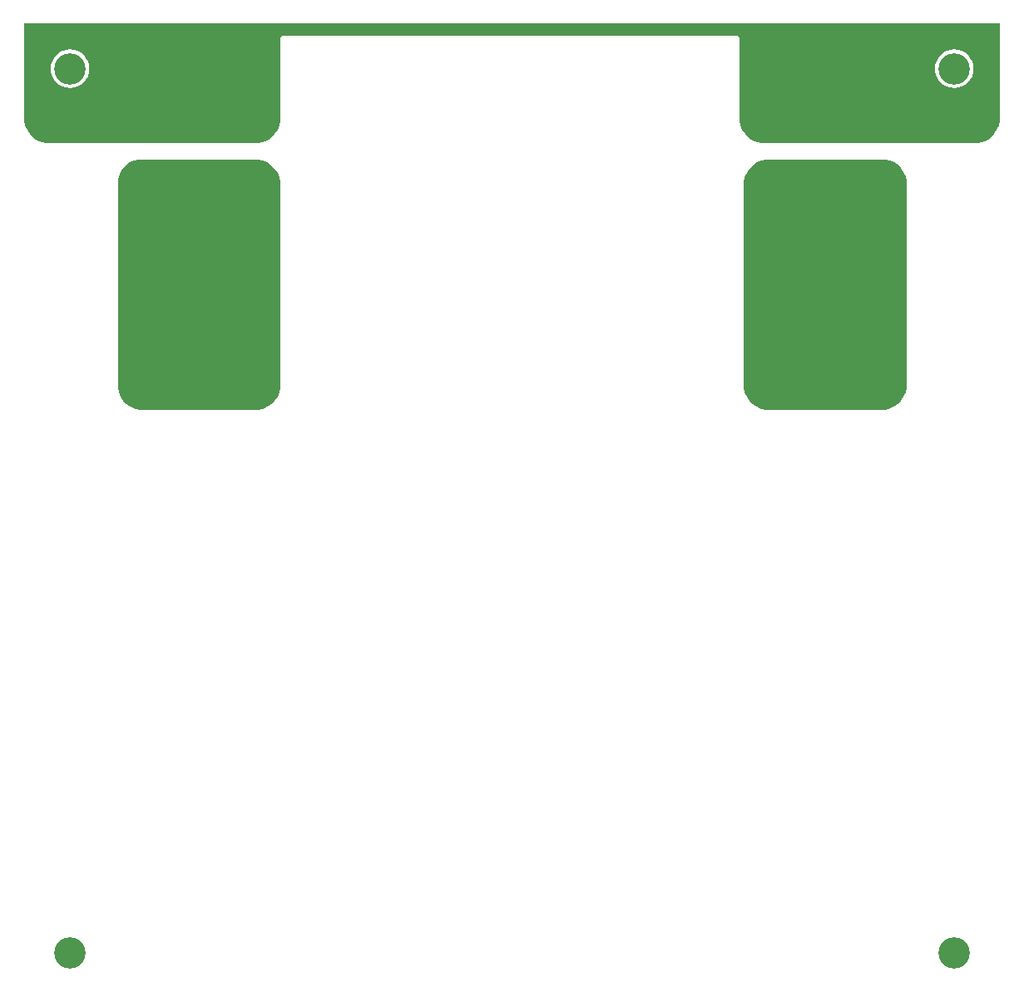
<source format=gbl>
G04*
G04 #@! TF.GenerationSoftware,Altium Limited,Altium Designer,19.0.13 (425)*
G04*
G04 Layer_Physical_Order=2*
G04 Layer_Color=16711680*
%FSTAX24Y24*%
%MOIN*%
G70*
G01*
G75*
%ADD21C,0.1575*%
%ADD22C,0.1378*%
%ADD23C,0.1260*%
%ADD24R,0.2172X0.2644*%
%ADD25O,0.2172X0.2644*%
%ADD26C,0.0236*%
G36*
X059784Y038665D02*
Y038567D01*
X059745Y038374D01*
X05967Y038192D01*
X059561Y038028D01*
X059421Y037889D01*
X059258Y037779D01*
X059076Y037704D01*
X058882Y037665D01*
X050255D01*
X050062Y037704D01*
X04988Y037779D01*
X049716Y037889D01*
X049577Y038028D01*
X049468Y038192D01*
X049392Y038374D01*
X049354Y038567D01*
Y038665D01*
Y040775D01*
Y041843D01*
X049343Y041898D01*
X049312Y041944D01*
X049266Y041975D01*
X049212Y041985D01*
X031102D01*
X031047Y041975D01*
X031001Y041944D01*
X03097Y041898D01*
X03096Y041843D01*
Y040775D01*
X030956D01*
Y038665D01*
Y038567D01*
X030917Y038374D01*
X030842Y038192D01*
X030733Y038028D01*
X030593Y037889D01*
X03043Y037779D01*
X030248Y037704D01*
X030054Y037665D01*
X0216D01*
X021406Y037704D01*
X021224Y037779D01*
X021061Y037889D01*
X020921Y038028D01*
X020812Y038192D01*
X020736Y038374D01*
X020698Y038567D01*
Y038665D01*
Y042458D01*
X056879Y042476D01*
X059784D01*
Y038665D01*
D02*
G37*
G36*
X05538Y036969D02*
X05555Y036899D01*
X055704Y036796D01*
X055834Y036665D01*
X055937Y036512D01*
X056008Y036341D01*
X056044Y03616D01*
Y036068D01*
Y033067D01*
X056043Y033063D01*
X056044D01*
X056044Y027883D01*
X056005Y027689D01*
X05593Y027507D01*
X05582Y027344D01*
X055681Y027204D01*
X055517Y027095D01*
X055335Y02702D01*
X055142Y026981D01*
X050427D01*
X050234Y02702D01*
X050052Y027095D01*
X049889Y027204D01*
X049749Y027344D01*
X04964Y027507D01*
X049564Y027689D01*
X049526Y027883D01*
Y027981D01*
Y036005D01*
Y036104D01*
X049564Y036297D01*
X04964Y036479D01*
X049749Y036643D01*
X049889Y036782D01*
X050052Y036892D01*
X050234Y036967D01*
X050427Y037005D01*
X055198D01*
X05538Y036969D01*
D02*
G37*
G36*
X030248Y036967D02*
X03043Y036892D01*
X030593Y036782D01*
X030733Y036643D01*
X030842Y036479D01*
X030917Y036297D01*
X030956Y036104D01*
Y036005D01*
Y027981D01*
Y027883D01*
X030917Y027689D01*
X030842Y027507D01*
X030733Y027344D01*
X030593Y027204D01*
X03043Y027095D01*
X030248Y02702D01*
X030054Y026981D01*
X02534D01*
X025146Y02702D01*
X024964Y027095D01*
X024801Y027204D01*
X024661Y027344D01*
X024552Y027507D01*
X024477Y027689D01*
X024438Y027883D01*
Y027981D01*
Y033063D01*
X024438Y033063D01*
X024439D01*
X024438Y033067D01*
Y036068D01*
Y03616D01*
X024474Y036341D01*
X024545Y036512D01*
X024648Y036665D01*
X024778Y036796D01*
X024932Y036899D01*
X025102Y036969D01*
X025284Y037005D01*
X030054D01*
X030248Y036967D01*
D02*
G37*
%LPC*%
G36*
X057957Y041423D02*
X057807Y041408D01*
X057662Y041364D01*
X057528Y041292D01*
X057411Y041196D01*
X057315Y041079D01*
X057243Y040945D01*
X057199Y0408D01*
X057184Y04065D01*
X057199Y040499D01*
X057243Y040354D01*
X057315Y04022D01*
X057411Y040103D01*
X057528Y040007D01*
X057662Y039935D01*
X057807Y039891D01*
X057957Y039877D01*
X058108Y039891D01*
X058253Y039935D01*
X058387Y040007D01*
X058504Y040103D01*
X0586Y04022D01*
X058672Y040354D01*
X058716Y040499D01*
X05873Y04065D01*
X058716Y0408D01*
X058672Y040945D01*
X0586Y041079D01*
X058504Y041196D01*
X058387Y041292D01*
X058253Y041364D01*
X058108Y041408D01*
X057957Y041423D01*
D02*
G37*
G36*
X022524D02*
X022374Y041408D01*
X022229Y041364D01*
X022095Y041292D01*
X021978Y041196D01*
X021882Y041079D01*
X02181Y040945D01*
X021766Y0408D01*
X021751Y04065D01*
X021766Y040499D01*
X02181Y040354D01*
X021882Y04022D01*
X021978Y040103D01*
X022095Y040007D01*
X022229Y039935D01*
X022374Y039891D01*
X022524Y039877D01*
X022675Y039891D01*
X02282Y039935D01*
X022954Y040007D01*
X023071Y040103D01*
X023167Y04022D01*
X023239Y040354D01*
X023283Y040499D01*
X023297Y04065D01*
X023283Y0408D01*
X023239Y040945D01*
X023167Y041079D01*
X023071Y041196D01*
X022954Y041292D01*
X02282Y041364D01*
X022675Y041408D01*
X022524Y041423D01*
D02*
G37*
%LPD*%
D21*
X029734Y03952D02*
D03*
X05058Y039443D02*
D03*
Y028616D02*
D03*
D22*
X030226Y030583D02*
D03*
D23*
X022524Y005217D02*
D03*
X057957D02*
D03*
Y04065D02*
D03*
X022524D02*
D03*
D24*
X026461Y035689D02*
D03*
X05402D02*
D03*
D25*
X026461Y038996D02*
D03*
X05402D02*
D03*
D26*
X055509Y036395D02*
D03*
Y035569D02*
D03*
Y034742D02*
D03*
Y033915D02*
D03*
Y033088D02*
D03*
Y032262D02*
D03*
Y031435D02*
D03*
Y030608D02*
D03*
Y029781D02*
D03*
Y028954D02*
D03*
Y028128D02*
D03*
Y027301D02*
D03*
X054682Y033915D02*
D03*
Y033088D02*
D03*
Y032262D02*
D03*
Y031435D02*
D03*
Y030608D02*
D03*
Y029781D02*
D03*
Y028954D02*
D03*
Y028128D02*
D03*
Y027301D02*
D03*
X053856Y033915D02*
D03*
Y033088D02*
D03*
Y032262D02*
D03*
Y031435D02*
D03*
Y030608D02*
D03*
Y029781D02*
D03*
Y028954D02*
D03*
Y028128D02*
D03*
Y027301D02*
D03*
X053029Y033915D02*
D03*
Y033088D02*
D03*
Y032262D02*
D03*
Y031435D02*
D03*
Y030608D02*
D03*
Y029781D02*
D03*
Y028954D02*
D03*
Y028128D02*
D03*
Y027301D02*
D03*
X052202Y036395D02*
D03*
Y035569D02*
D03*
Y034742D02*
D03*
Y033915D02*
D03*
Y033088D02*
D03*
Y032262D02*
D03*
Y031435D02*
D03*
Y030608D02*
D03*
Y029781D02*
D03*
Y028954D02*
D03*
Y028128D02*
D03*
Y027301D02*
D03*
X051375Y036395D02*
D03*
Y035569D02*
D03*
Y034742D02*
D03*
Y033915D02*
D03*
Y033088D02*
D03*
Y032262D02*
D03*
Y031435D02*
D03*
Y030608D02*
D03*
Y029781D02*
D03*
Y027301D02*
D03*
X050549Y036395D02*
D03*
Y035569D02*
D03*
Y034742D02*
D03*
Y033915D02*
D03*
Y033088D02*
D03*
Y032262D02*
D03*
Y031435D02*
D03*
Y030608D02*
D03*
Y029781D02*
D03*
Y027301D02*
D03*
X029763Y036375D02*
D03*
Y035549D02*
D03*
Y034722D02*
D03*
Y033895D02*
D03*
Y033068D02*
D03*
Y032242D02*
D03*
Y031415D02*
D03*
Y029761D02*
D03*
Y028934D02*
D03*
Y028108D02*
D03*
Y027281D02*
D03*
X028937Y036375D02*
D03*
Y035549D02*
D03*
Y034722D02*
D03*
Y033895D02*
D03*
Y033068D02*
D03*
Y032242D02*
D03*
Y031415D02*
D03*
Y030588D02*
D03*
Y029761D02*
D03*
Y028934D02*
D03*
Y028108D02*
D03*
Y027281D02*
D03*
X02811Y036375D02*
D03*
Y035549D02*
D03*
Y034722D02*
D03*
Y033895D02*
D03*
Y033068D02*
D03*
Y032242D02*
D03*
Y031415D02*
D03*
Y030588D02*
D03*
Y029761D02*
D03*
Y028934D02*
D03*
Y028108D02*
D03*
Y027281D02*
D03*
X027283Y033895D02*
D03*
Y033068D02*
D03*
Y032242D02*
D03*
Y031415D02*
D03*
Y030588D02*
D03*
Y029761D02*
D03*
Y028934D02*
D03*
Y028108D02*
D03*
Y027281D02*
D03*
X026456Y033895D02*
D03*
Y033068D02*
D03*
Y032242D02*
D03*
Y031415D02*
D03*
Y030588D02*
D03*
Y029761D02*
D03*
Y028934D02*
D03*
Y028108D02*
D03*
Y027281D02*
D03*
X025629Y033895D02*
D03*
Y033068D02*
D03*
Y032242D02*
D03*
Y031415D02*
D03*
Y030588D02*
D03*
Y029761D02*
D03*
Y028934D02*
D03*
Y028108D02*
D03*
Y027281D02*
D03*
X024803Y036375D02*
D03*
Y035549D02*
D03*
Y034722D02*
D03*
Y033895D02*
D03*
Y033068D02*
D03*
Y032242D02*
D03*
Y031415D02*
D03*
Y030588D02*
D03*
Y029761D02*
D03*
Y028934D02*
D03*
Y028108D02*
D03*
X058701Y038858D02*
D03*
Y038032D02*
D03*
X057874Y038858D02*
D03*
Y038032D02*
D03*
X057047Y039685D02*
D03*
Y038858D02*
D03*
Y038032D02*
D03*
X05622Y041339D02*
D03*
Y040512D02*
D03*
Y039685D02*
D03*
Y038858D02*
D03*
Y038032D02*
D03*
X055394Y041339D02*
D03*
Y040512D02*
D03*
Y039685D02*
D03*
Y038858D02*
D03*
Y038032D02*
D03*
X054567Y041339D02*
D03*
Y040512D02*
D03*
X05374Y041339D02*
D03*
Y040512D02*
D03*
X052913Y041339D02*
D03*
Y040512D02*
D03*
Y038032D02*
D03*
X052087Y041339D02*
D03*
Y040512D02*
D03*
Y039685D02*
D03*
Y038858D02*
D03*
Y038032D02*
D03*
X05126Y041339D02*
D03*
Y040512D02*
D03*
Y038032D02*
D03*
X050433Y041339D02*
D03*
Y040512D02*
D03*
Y038032D02*
D03*
X049606Y041339D02*
D03*
Y040512D02*
D03*
Y039685D02*
D03*
Y038858D02*
D03*
X030591Y041339D02*
D03*
Y040512D02*
D03*
Y038858D02*
D03*
X029764Y041339D02*
D03*
Y040512D02*
D03*
Y038032D02*
D03*
X028937Y041339D02*
D03*
Y040512D02*
D03*
Y038858D02*
D03*
Y038032D02*
D03*
X02811Y041339D02*
D03*
Y040512D02*
D03*
Y039685D02*
D03*
Y038858D02*
D03*
Y038032D02*
D03*
X027283Y041339D02*
D03*
Y040512D02*
D03*
X026457Y041339D02*
D03*
Y040512D02*
D03*
X02563Y041339D02*
D03*
Y040512D02*
D03*
X024803Y041339D02*
D03*
Y040512D02*
D03*
Y039685D02*
D03*
Y038858D02*
D03*
Y038032D02*
D03*
X023976Y041339D02*
D03*
Y040512D02*
D03*
Y039685D02*
D03*
Y038858D02*
D03*
Y038032D02*
D03*
X02315Y038858D02*
D03*
Y038032D02*
D03*
X022323Y038858D02*
D03*
Y038032D02*
D03*
X021496Y039685D02*
D03*
Y038858D02*
D03*
Y038032D02*
D03*
M02*

</source>
